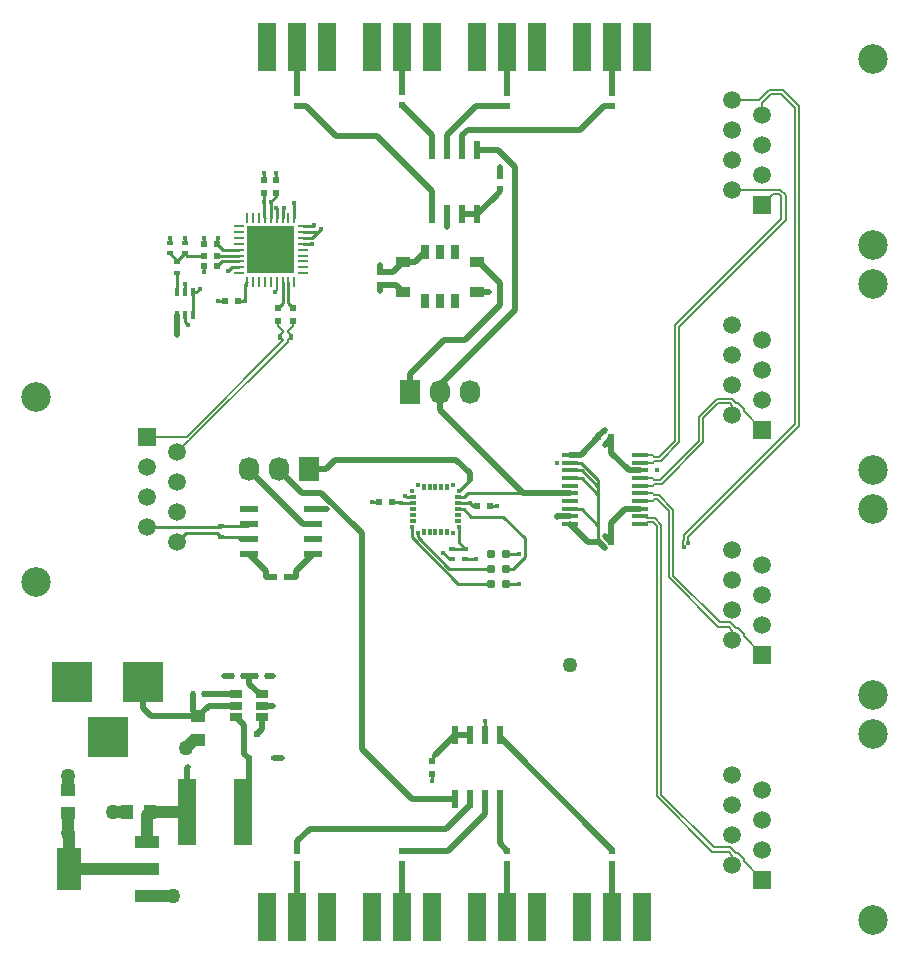
<source format=gbr>
G04 #@! TF.FileFunction,Copper,L1,Top,Signal*
%FSLAX46Y46*%
G04 Gerber Fmt 4.6, Leading zero omitted, Abs format (unit mm)*
G04 Created by KiCad (PCBNEW (2016-02-16 BZR 6568, Git 6c5f954)-product) date Sun 21 Feb 2016 12:14:23 PM EST*
%MOMM*%
G01*
G04 APERTURE LIST*
%ADD10C,0.100000*%
%ADD11R,0.500000X0.600000*%
%ADD12R,0.600000X0.500000*%
%ADD13R,1.250000X1.000000*%
%ADD14R,1.000000X1.250000*%
%ADD15R,3.500120X3.500120*%
%ADD16R,0.590000X0.450000*%
%ADD17R,1.501140X1.501140*%
%ADD18C,1.501140*%
%ADD19C,2.500000*%
%ADD20C,0.787000*%
%ADD21R,1.600000X5.700000*%
%ADD22R,1.727200X2.032000*%
%ADD23O,1.727200X2.032000*%
%ADD24R,1.520000X4.060000*%
%ADD25R,0.400000X0.600000*%
%ADD26R,0.600000X0.400000*%
%ADD27R,0.398780X0.749300*%
%ADD28R,0.600000X1.550000*%
%ADD29R,1.450000X0.450000*%
%ADD30R,1.060000X0.650000*%
%ADD31R,0.890000X0.280000*%
%ADD32R,0.280000X0.890000*%
%ADD33R,1.000000X1.000000*%
%ADD34R,0.760000X1.280000*%
%ADD35R,1.280000X0.940000*%
%ADD36R,0.300000X0.300000*%
%ADD37R,0.500000X0.300000*%
%ADD38R,0.300000X0.500000*%
%ADD39R,1.550000X0.600000*%
%ADD40R,2.032000X3.657600*%
%ADD41R,2.032000X1.016000*%
%ADD42C,0.406400*%
%ADD43C,1.270000*%
%ADD44C,0.254000*%
%ADD45C,0.508000*%
%ADD46C,1.016000*%
%ADD47C,0.203200*%
G04 APERTURE END LIST*
D10*
D11*
X111506000Y-80941000D03*
X111506000Y-79841000D03*
X112522000Y-79841000D03*
X112522000Y-80941000D03*
D12*
X109262000Y-90043000D03*
X108162000Y-90043000D03*
X106384000Y-85217000D03*
X107484000Y-85217000D03*
D11*
X112649000Y-90636000D03*
X112649000Y-91736000D03*
X113919000Y-90636000D03*
X113919000Y-91736000D03*
D12*
X139785000Y-110490000D03*
X140885000Y-110490000D03*
X139785000Y-101600000D03*
X140885000Y-101600000D03*
D11*
X121285000Y-87588000D03*
X121285000Y-88688000D03*
D12*
X106426000Y-87122000D03*
X107526000Y-87122000D03*
X106384000Y-86233000D03*
X107484000Y-86233000D03*
D11*
X131445000Y-80560000D03*
X131445000Y-79460000D03*
D12*
X112353000Y-113411000D03*
X113453000Y-113411000D03*
D11*
X125730000Y-128990000D03*
X125730000Y-130090000D03*
D12*
X122343000Y-107061000D03*
X121243000Y-107061000D03*
X130598000Y-107442000D03*
X129498000Y-107442000D03*
X109813000Y-126746000D03*
X110913000Y-126746000D03*
D13*
X105918000Y-125238000D03*
X105918000Y-127238000D03*
D14*
X101838000Y-133350000D03*
X99838000Y-133350000D03*
D15*
X101249480Y-122301000D03*
X95250000Y-122301000D03*
X98249740Y-127000000D03*
D16*
X110197000Y-128778000D03*
X112307000Y-128778000D03*
D17*
X153670000Y-120015000D03*
D18*
X151130000Y-118745000D03*
X153670000Y-117475000D03*
X151130000Y-116205000D03*
X153670000Y-114935000D03*
X151130000Y-113665000D03*
X153670000Y-112395000D03*
X151130000Y-111125000D03*
D19*
X163070000Y-123420000D03*
X163070000Y-107720000D03*
D17*
X101600000Y-101600000D03*
D18*
X104140000Y-102870000D03*
X101600000Y-104140000D03*
X104140000Y-105410000D03*
X101600000Y-106680000D03*
X104140000Y-107950000D03*
X101600000Y-109220000D03*
X104140000Y-110490000D03*
D19*
X92200000Y-98195000D03*
X92200000Y-113895000D03*
D17*
X153670000Y-81915000D03*
D18*
X151130000Y-80645000D03*
X153670000Y-79375000D03*
X151130000Y-78105000D03*
X153670000Y-76835000D03*
X151130000Y-75565000D03*
X153670000Y-74295000D03*
X151130000Y-73025000D03*
D19*
X163070000Y-85320000D03*
X163070000Y-69620000D03*
D17*
X153670000Y-100965000D03*
D18*
X151130000Y-99695000D03*
X153670000Y-98425000D03*
X151130000Y-97155000D03*
X153670000Y-95885000D03*
X151130000Y-94615000D03*
X153670000Y-93345000D03*
X151130000Y-92075000D03*
D19*
X163070000Y-104370000D03*
X163070000Y-88670000D03*
D17*
X153670000Y-139065000D03*
D18*
X151130000Y-137795000D03*
X153670000Y-136525000D03*
X151130000Y-135255000D03*
X153670000Y-133985000D03*
X151130000Y-132715000D03*
X153670000Y-131445000D03*
X151130000Y-130175000D03*
D19*
X163070000Y-142470000D03*
X163070000Y-126770000D03*
D20*
X131953000Y-114046000D03*
X130683000Y-114046000D03*
X131953000Y-112776000D03*
X130683000Y-112776000D03*
X131953000Y-111506000D03*
X130683000Y-111506000D03*
D21*
X109665000Y-133350000D03*
X104965000Y-133350000D03*
D22*
X123825000Y-97790000D03*
D23*
X126365000Y-97790000D03*
X128905000Y-97790000D03*
D24*
X140970000Y-68580000D03*
X138430000Y-68580000D03*
X143510000Y-68580000D03*
X132080000Y-68580000D03*
X129540000Y-68580000D03*
X134620000Y-68580000D03*
X123190000Y-68580000D03*
X120650000Y-68580000D03*
X125730000Y-68580000D03*
X114300000Y-68580000D03*
X111760000Y-68580000D03*
X116840000Y-68580000D03*
D22*
X115316000Y-104267000D03*
D23*
X112776000Y-104267000D03*
X110236000Y-104267000D03*
D24*
X114300000Y-142240000D03*
X116840000Y-142240000D03*
X111760000Y-142240000D03*
X123190000Y-142240000D03*
X125730000Y-142240000D03*
X120650000Y-142240000D03*
X132080000Y-142240000D03*
X134620000Y-142240000D03*
X129540000Y-142240000D03*
X140970000Y-142240000D03*
X143510000Y-142240000D03*
X138430000Y-142240000D03*
D25*
X112834000Y-93091000D03*
X113734000Y-93091000D03*
D26*
X107823000Y-109151000D03*
X107823000Y-110051000D03*
X104775000Y-86048000D03*
X104775000Y-85148000D03*
X103505000Y-85148000D03*
X103505000Y-86048000D03*
X104140000Y-87699000D03*
X104140000Y-86799000D03*
X128524000Y-111056000D03*
X128524000Y-111956000D03*
X127381000Y-111056000D03*
X127381000Y-111956000D03*
D25*
X105468000Y-123317000D03*
X106368000Y-123317000D03*
X108770000Y-121793000D03*
X109670000Y-121793000D03*
X110802000Y-121793000D03*
X111702000Y-121793000D03*
D27*
X105425240Y-89347040D03*
X104775000Y-89347040D03*
X104124760Y-89347040D03*
X104124760Y-91246960D03*
X104775000Y-91246960D03*
X105425240Y-91246960D03*
D28*
X129540000Y-77310000D03*
X128270000Y-77310000D03*
X127000000Y-77310000D03*
X125730000Y-77310000D03*
X125730000Y-82710000D03*
X127000000Y-82710000D03*
X128270000Y-82710000D03*
X129540000Y-82710000D03*
D29*
X137385000Y-103120000D03*
X137385000Y-103770000D03*
X137385000Y-104420000D03*
X137385000Y-105070000D03*
X137385000Y-105720000D03*
X137385000Y-106370000D03*
X137385000Y-107020000D03*
X137385000Y-107670000D03*
X137385000Y-108320000D03*
X137385000Y-108970000D03*
X143285000Y-108970000D03*
X143285000Y-108320000D03*
X143285000Y-107670000D03*
X143285000Y-107020000D03*
X143285000Y-106370000D03*
X143285000Y-105720000D03*
X143285000Y-105070000D03*
X143285000Y-104420000D03*
X143285000Y-103770000D03*
X143285000Y-103120000D03*
D30*
X111336000Y-125283000D03*
X111336000Y-124333000D03*
X111336000Y-123383000D03*
X109136000Y-123383000D03*
X109136000Y-125283000D03*
X109136000Y-124333000D03*
D31*
X109328000Y-83733000D03*
X109328000Y-84233000D03*
X109328000Y-84733000D03*
X109328000Y-85233000D03*
X109328000Y-85733000D03*
X109328000Y-86233000D03*
X109328000Y-86733000D03*
X109328000Y-87233000D03*
X109328000Y-87733000D03*
D32*
X110038000Y-88443000D03*
X110538000Y-88443000D03*
X111038000Y-88443000D03*
X111538000Y-88443000D03*
X112038000Y-88443000D03*
X112538000Y-88443000D03*
X113038000Y-88443000D03*
X113538000Y-88443000D03*
X114038000Y-88443000D03*
D31*
X114748000Y-87733000D03*
X114748000Y-87233000D03*
X114748000Y-86733000D03*
X114748000Y-86233000D03*
X114748000Y-85733000D03*
X114748000Y-85233000D03*
X114748000Y-84733000D03*
X114748000Y-84233000D03*
X114748000Y-83733000D03*
D32*
X114038000Y-83023000D03*
X113538000Y-83023000D03*
X113038000Y-83023000D03*
X112538000Y-83023000D03*
X112038000Y-83023000D03*
X111538000Y-83023000D03*
X111038000Y-83023000D03*
X110538000Y-83023000D03*
X110038000Y-83023000D03*
D33*
X110538000Y-84233000D03*
X111538000Y-84233000D03*
X112538000Y-84233000D03*
X113538000Y-84233000D03*
X110538000Y-85233000D03*
X111538000Y-85233000D03*
X112538000Y-85233000D03*
X113538000Y-85233000D03*
X110538000Y-86233000D03*
X111538000Y-86233000D03*
X112538000Y-86233000D03*
X113538000Y-86233000D03*
X110538000Y-87233000D03*
X111538000Y-87233000D03*
X112538000Y-87233000D03*
X113538000Y-87233000D03*
D34*
X125105000Y-90101000D03*
X126365000Y-90101000D03*
X127625000Y-90101000D03*
D35*
X129465000Y-89281000D03*
X129465000Y-86741000D03*
D34*
X127625000Y-85921000D03*
X126365000Y-85921000D03*
X125105000Y-85921000D03*
D35*
X123265000Y-86741000D03*
X123265000Y-89281000D03*
D36*
X124484000Y-109696000D03*
X123984000Y-106196000D03*
X127484000Y-105696000D03*
X127984000Y-109196000D03*
D37*
X127884000Y-108696000D03*
X127884000Y-108196000D03*
X127884000Y-107696000D03*
X127884000Y-107196000D03*
X127884000Y-106696000D03*
D36*
X127984000Y-106196000D03*
D38*
X126984000Y-105796000D03*
X126484000Y-105796000D03*
X125984000Y-105796000D03*
X125484000Y-105796000D03*
X124984000Y-105796000D03*
D36*
X124484000Y-105696000D03*
D37*
X124084000Y-106696000D03*
X124084000Y-107196000D03*
X124084000Y-107696000D03*
X124084000Y-108196000D03*
X124084000Y-108696000D03*
D36*
X123984000Y-109196000D03*
D38*
X124984000Y-109596000D03*
X125484000Y-109596000D03*
X125984000Y-109596000D03*
X126484000Y-109596000D03*
X126984000Y-109596000D03*
D36*
X127484000Y-109696000D03*
D39*
X110203000Y-107696000D03*
X110203000Y-108966000D03*
X110203000Y-110236000D03*
X110203000Y-111506000D03*
X115603000Y-111506000D03*
X115603000Y-110236000D03*
X115603000Y-108966000D03*
X115603000Y-107696000D03*
D28*
X127635000Y-132240000D03*
X128905000Y-132240000D03*
X130175000Y-132240000D03*
X131445000Y-132240000D03*
X131445000Y-126840000D03*
X130175000Y-126840000D03*
X128905000Y-126840000D03*
X127635000Y-126840000D03*
D13*
X94869000Y-133461000D03*
X94869000Y-131461000D03*
D40*
X94996000Y-138176000D03*
D41*
X101600000Y-138176000D03*
X101600000Y-135890000D03*
X101600000Y-140462000D03*
D11*
X114300000Y-136610000D03*
X114300000Y-137710000D03*
X123190000Y-136610000D03*
X123190000Y-137710000D03*
X132080000Y-136610000D03*
X132080000Y-137710000D03*
X140970000Y-136610000D03*
X140970000Y-137710000D03*
X140970000Y-73575000D03*
X140970000Y-72475000D03*
X132080000Y-73575000D03*
X132080000Y-72475000D03*
X123190000Y-73490000D03*
X123190000Y-72390000D03*
X114300000Y-73575000D03*
X114300000Y-72475000D03*
D42*
X123063000Y-107196000D03*
X131097000Y-81153000D03*
X106045000Y-89027000D03*
X109855000Y-90043000D03*
X104775000Y-84709000D03*
X116332000Y-83947000D03*
X107569000Y-84709000D03*
X112038000Y-81661000D03*
X111506000Y-81661000D03*
X140335000Y-110998000D03*
X140335000Y-102235000D03*
X125951000Y-128524000D03*
X133096000Y-114046000D03*
X128905000Y-107196000D03*
X121285000Y-86995000D03*
X116840000Y-107696000D03*
X111633000Y-113411000D03*
D43*
X94869000Y-135128000D03*
D42*
X129413000Y-111887000D03*
X112395000Y-89281000D03*
X111760000Y-68580000D03*
X116840000Y-68580000D03*
X120650000Y-68580000D03*
X125730000Y-68580000D03*
X129540000Y-68580000D03*
X134620000Y-68580000D03*
X138430000Y-68580000D03*
X143510000Y-68580000D03*
X143510000Y-142240000D03*
X138430000Y-142240000D03*
X134620000Y-142240000D03*
X129540000Y-142240000D03*
X125730000Y-142240000D03*
X120650000Y-142240000D03*
X116840000Y-142240000D03*
X111760000Y-142240000D03*
X130175000Y-125603000D03*
X105029000Y-92075000D03*
X107569000Y-90043000D03*
X104775000Y-88646000D03*
X103505000Y-84709000D03*
X106426000Y-87630000D03*
X108458000Y-87503000D03*
X112522000Y-82169000D03*
X113157000Y-82169000D03*
X115714433Y-83656757D03*
X115570000Y-85217000D03*
X106426000Y-84709000D03*
X111506000Y-79248000D03*
X112522000Y-79248000D03*
X110538000Y-87233000D03*
X111538000Y-87233000D03*
X112538000Y-87233000D03*
X113538000Y-87233000D03*
X113538000Y-86233000D03*
X112538000Y-86233000D03*
X111538000Y-86233000D03*
X110538000Y-86233000D03*
X110538000Y-84233000D03*
X110538000Y-85233000D03*
X111538000Y-85233000D03*
X112538000Y-85233000D03*
X113538000Y-85233000D03*
X113538000Y-84233000D03*
X112538000Y-84233000D03*
X111538000Y-84233000D03*
X136271000Y-103759000D03*
X136271000Y-108331000D03*
X140335000Y-109982000D03*
X144780000Y-104394000D03*
X140335000Y-100965000D03*
X125730000Y-130683000D03*
X126619000Y-111379000D03*
X120650000Y-107061000D03*
X123444000Y-106553000D03*
X133096000Y-111506000D03*
X131191000Y-107442000D03*
X130556000Y-89281000D03*
X121311838Y-89254162D03*
X127000000Y-83820000D03*
X131445000Y-78740000D03*
X114173000Y-113411000D03*
D43*
X104902000Y-127889000D03*
X103759000Y-140462000D03*
X94869000Y-130302000D03*
X98679000Y-133350000D03*
D42*
X113030000Y-128778000D03*
X112268000Y-124333000D03*
X112268000Y-121793000D03*
D43*
X137414000Y-120904000D03*
D42*
X104140000Y-92964000D03*
X114046000Y-81788000D03*
X108077000Y-121793000D03*
X105029000Y-129540000D03*
X146995435Y-110941565D03*
X147390565Y-110546435D03*
D44*
X124084000Y-107196000D02*
X123063000Y-107196000D01*
X122343000Y-107061000D02*
X122928000Y-107061000D01*
X122928000Y-107061000D02*
X123063000Y-107196000D01*
D45*
X131097000Y-81153000D02*
X129540000Y-82710000D01*
X131445000Y-80560000D02*
X131445000Y-80805000D01*
X131445000Y-80805000D02*
X131097000Y-81153000D01*
D44*
X105425240Y-91246960D02*
X105425240Y-89347040D01*
X105425240Y-89347040D02*
X105724960Y-89347040D01*
X105724960Y-89347040D02*
X106045000Y-89027000D01*
X109855000Y-90043000D02*
X109855000Y-88626000D01*
X109855000Y-88626000D02*
X110038000Y-88443000D01*
X109262000Y-90043000D02*
X109855000Y-90043000D01*
X104775000Y-85148000D02*
X104775000Y-84709000D01*
X114748000Y-84733000D02*
X115546000Y-84733000D01*
X115546000Y-84733000D02*
X116332000Y-83947000D01*
X114748000Y-84233000D02*
X116046000Y-84233000D01*
X116046000Y-84233000D02*
X116332000Y-83947000D01*
X107484000Y-85217000D02*
X108000000Y-85733000D01*
X108000000Y-85733000D02*
X109328000Y-85733000D01*
X107484000Y-85217000D02*
X107484000Y-84794000D01*
X107484000Y-84794000D02*
X107569000Y-84709000D01*
X112038000Y-83023000D02*
X112038000Y-81661000D01*
X112522000Y-80941000D02*
X112522000Y-81177000D01*
X112522000Y-81177000D02*
X112038000Y-81661000D01*
X111506000Y-81661000D02*
X111506000Y-82991000D01*
X111506000Y-80941000D02*
X111506000Y-81661000D01*
X111506000Y-82991000D02*
X111538000Y-83023000D01*
X138314000Y-103770000D02*
X139785000Y-105241000D01*
X139785000Y-105241000D02*
X139785000Y-105841000D01*
X137385000Y-103770000D02*
X138314000Y-103770000D01*
X137385000Y-104420000D02*
X138364000Y-104420000D01*
X138364000Y-104420000D02*
X139785000Y-105841000D01*
X139785000Y-105841000D02*
X139785000Y-106491000D01*
X137385000Y-105070000D02*
X138364000Y-105070000D01*
X138364000Y-105070000D02*
X139785000Y-106491000D01*
X139785000Y-106491000D02*
X139785000Y-109091000D01*
X137385000Y-107670000D02*
X138364000Y-107670000D01*
X138364000Y-107670000D02*
X139785000Y-109091000D01*
X139785000Y-109091000D02*
X139785000Y-109986000D01*
X139785000Y-109986000D02*
X139785000Y-110490000D01*
D45*
X139785000Y-110490000D02*
X138905000Y-110490000D01*
X138905000Y-110490000D02*
X137385000Y-108970000D01*
X139785000Y-110490000D02*
X139827000Y-110490000D01*
X139827000Y-110490000D02*
X140335000Y-110998000D01*
X143285000Y-104420000D02*
X142344918Y-104420000D01*
X142344918Y-104420000D02*
X140885000Y-102960082D01*
X140885000Y-102960082D02*
X140885000Y-102358000D01*
X140885000Y-102358000D02*
X140885000Y-101600000D01*
X140885000Y-101600000D02*
X140885000Y-101685000D01*
X140885000Y-101685000D02*
X140335000Y-102235000D01*
X125951000Y-128524000D02*
X127635000Y-126840000D01*
D44*
X125730000Y-128990000D02*
X125730000Y-128745000D01*
X125730000Y-128745000D02*
X125951000Y-128524000D01*
X131953000Y-114046000D02*
X133096000Y-114046000D01*
X127884000Y-107196000D02*
X128905000Y-107196000D01*
X129498000Y-107442000D02*
X129151000Y-107442000D01*
X129151000Y-107442000D02*
X128905000Y-107196000D01*
D45*
X123265000Y-86741000D02*
X124285000Y-86741000D01*
X124285000Y-86741000D02*
X125105000Y-85921000D01*
X121285000Y-87588000D02*
X122418000Y-87588000D01*
X122418000Y-87588000D02*
X123265000Y-86741000D01*
X121285000Y-87588000D02*
X121285000Y-86995000D01*
X115603000Y-107696000D02*
X116840000Y-107696000D01*
X111633000Y-113411000D02*
X111633000Y-112936000D01*
X111633000Y-112936000D02*
X110203000Y-111506000D01*
X112353000Y-113411000D02*
X111633000Y-113411000D01*
X128270000Y-82710000D02*
X129540000Y-82710000D01*
D46*
X94869000Y-133461000D02*
X94869000Y-135128000D01*
X94996000Y-138176000D02*
X94996000Y-135255000D01*
X94996000Y-135255000D02*
X94869000Y-135128000D01*
X101600000Y-138176000D02*
X94996000Y-138176000D01*
D45*
X128905000Y-126840000D02*
X127635000Y-126840000D01*
D44*
X128524000Y-111956000D02*
X129344000Y-111956000D01*
X129344000Y-111956000D02*
X129413000Y-111887000D01*
D47*
X112538000Y-88443000D02*
X112538000Y-89138000D01*
X112538000Y-89138000D02*
X112395000Y-89281000D01*
D44*
X130175000Y-126840000D02*
X130175000Y-125603000D01*
X104775000Y-91246960D02*
X104775000Y-91821000D01*
X104775000Y-91821000D02*
X105029000Y-92075000D01*
X108162000Y-90043000D02*
X107569000Y-90043000D01*
X104775000Y-89347040D02*
X104775000Y-88646000D01*
X103505000Y-85148000D02*
X103505000Y-84709000D01*
X106426000Y-87122000D02*
X106426000Y-87630000D01*
X109328000Y-87233000D02*
X108728000Y-87233000D01*
X108728000Y-87233000D02*
X108458000Y-87503000D01*
X112538000Y-83023000D02*
X112538000Y-82185000D01*
X112538000Y-82185000D02*
X112522000Y-82169000D01*
X113038000Y-83023000D02*
X113038000Y-82288000D01*
X113038000Y-82288000D02*
X113157000Y-82169000D01*
X114748000Y-83733000D02*
X115638190Y-83733000D01*
X115638190Y-83733000D02*
X115714433Y-83656757D01*
X114748000Y-85233000D02*
X115554000Y-85233000D01*
X115554000Y-85233000D02*
X115570000Y-85217000D01*
X106384000Y-85217000D02*
X106384000Y-84751000D01*
X106384000Y-84751000D02*
X106426000Y-84709000D01*
X111506000Y-79841000D02*
X111506000Y-79248000D01*
X112522000Y-79841000D02*
X112522000Y-79248000D01*
D45*
X111538000Y-87233000D02*
X110538000Y-87233000D01*
X112538000Y-87233000D02*
X111538000Y-87233000D01*
X113538000Y-87233000D02*
X112538000Y-87233000D01*
X113538000Y-86233000D02*
X113538000Y-87233000D01*
X112538000Y-86233000D02*
X113538000Y-86233000D01*
X111538000Y-86233000D02*
X112538000Y-86233000D01*
X110538000Y-86233000D02*
X111538000Y-86233000D01*
X110538000Y-85233000D02*
X110538000Y-86233000D01*
X110538000Y-85233000D02*
X110538000Y-84233000D01*
X111538000Y-85233000D02*
X110538000Y-85233000D01*
X112538000Y-85233000D02*
X111538000Y-85233000D01*
X113538000Y-85233000D02*
X112538000Y-85233000D01*
X113538000Y-84233000D02*
X113538000Y-85233000D01*
X112538000Y-84233000D02*
X113538000Y-84233000D01*
X111538000Y-84233000D02*
X112538000Y-84233000D01*
X110538000Y-84233000D02*
X111538000Y-84233000D01*
X143285000Y-107670000D02*
X142052000Y-107670000D01*
X142052000Y-107670000D02*
X140885000Y-108837000D01*
X140885000Y-108837000D02*
X140885000Y-109732000D01*
X140885000Y-109732000D02*
X140885000Y-110490000D01*
X137385000Y-108320000D02*
X136282000Y-108320000D01*
X136282000Y-108320000D02*
X136271000Y-108331000D01*
X137385000Y-103120000D02*
X138265000Y-103120000D01*
X138265000Y-103120000D02*
X139785000Y-101600000D01*
X140885000Y-110490000D02*
X140843000Y-110490000D01*
X140843000Y-110490000D02*
X140335000Y-109982000D01*
X139785000Y-101600000D02*
X139785000Y-101515000D01*
X139785000Y-101515000D02*
X140335000Y-100965000D01*
D44*
X125730000Y-130090000D02*
X125730000Y-130683000D01*
X127381000Y-111956000D02*
X127196000Y-111956000D01*
X127196000Y-111956000D02*
X126619000Y-111379000D01*
X121243000Y-107061000D02*
X120650000Y-107061000D01*
X124084000Y-106696000D02*
X123587000Y-106696000D01*
X123587000Y-106696000D02*
X123444000Y-106553000D01*
X131953000Y-111506000D02*
X133096000Y-111506000D01*
X130598000Y-107442000D02*
X131191000Y-107442000D01*
D45*
X129465000Y-89281000D02*
X130556000Y-89281000D01*
X121285000Y-88688000D02*
X122672000Y-88688000D01*
X122672000Y-88688000D02*
X123265000Y-89281000D01*
X121285000Y-88688000D02*
X121285000Y-89227324D01*
X121285000Y-89227324D02*
X121311838Y-89254162D01*
X127000000Y-82710000D02*
X127000000Y-83820000D01*
X131445000Y-79460000D02*
X131445000Y-78740000D01*
X114173000Y-113411000D02*
X114173000Y-112936000D01*
X114173000Y-112936000D02*
X115603000Y-111506000D01*
X113453000Y-113411000D02*
X114173000Y-113411000D01*
D46*
X105918000Y-127238000D02*
X105553000Y-127238000D01*
X105553000Y-127238000D02*
X104902000Y-127889000D01*
X101600000Y-140462000D02*
X103759000Y-140462000D01*
X94869000Y-131461000D02*
X94869000Y-130302000D01*
X99838000Y-133350000D02*
X98679000Y-133350000D01*
D45*
X112307000Y-128778000D02*
X113030000Y-128778000D01*
X111336000Y-124333000D02*
X112268000Y-124333000D01*
X111702000Y-121793000D02*
X112268000Y-121793000D01*
D44*
X109328000Y-86733000D02*
X107915000Y-86733000D01*
X107915000Y-86733000D02*
X107526000Y-87122000D01*
X104140000Y-86799000D02*
X104140000Y-86683000D01*
X104140000Y-86683000D02*
X103505000Y-86048000D01*
X104140000Y-86683000D02*
X104775000Y-86048000D01*
X106384000Y-86233000D02*
X104960000Y-86233000D01*
X104960000Y-86233000D02*
X104775000Y-86048000D01*
X109328000Y-86233000D02*
X107484000Y-86233000D01*
D45*
X110197000Y-128778000D02*
X110197000Y-132818000D01*
X110197000Y-132818000D02*
X109665000Y-133350000D01*
X109813000Y-126746000D02*
X109813000Y-128394000D01*
X109813000Y-128394000D02*
X110197000Y-128778000D01*
X109813000Y-126746000D02*
X109813000Y-125960000D01*
X109813000Y-125960000D02*
X109136000Y-125283000D01*
X111336000Y-125283000D02*
X111336000Y-126323000D01*
X111336000Y-126323000D02*
X110913000Y-126746000D01*
X105468000Y-123317000D02*
X105468000Y-124788000D01*
X105468000Y-124788000D02*
X105918000Y-125238000D01*
X105918000Y-125238000D02*
X106823000Y-124333000D01*
X106823000Y-124333000D02*
X109136000Y-124333000D01*
X105918000Y-125238000D02*
X101928420Y-125238000D01*
X101928420Y-125238000D02*
X101249480Y-124559060D01*
X101249480Y-124559060D02*
X101249480Y-122301000D01*
D44*
X130683000Y-114046000D02*
X127927092Y-114046000D01*
X127927092Y-114046000D02*
X123984000Y-110102908D01*
X123984000Y-110102908D02*
X123984000Y-109600000D01*
X123984000Y-109600000D02*
X123984000Y-109196000D01*
X131699000Y-108331000D02*
X129023000Y-108331000D01*
X128388000Y-107696000D02*
X127884000Y-107696000D01*
X129023000Y-108331000D02*
X128388000Y-107696000D01*
X133527801Y-110159801D02*
X131699000Y-108331000D01*
X131953000Y-112776000D02*
X132509493Y-112776000D01*
X132509493Y-112776000D02*
X133527801Y-111757692D01*
X133527801Y-111757692D02*
X133527801Y-110159801D01*
X130683000Y-112776000D02*
X127160000Y-112776000D01*
X127160000Y-112776000D02*
X124484000Y-110100000D01*
X124484000Y-110100000D02*
X124484000Y-109696000D01*
D45*
X104140000Y-92964000D02*
X104140000Y-91262200D01*
X104140000Y-91262200D02*
X104124760Y-91246960D01*
X104124760Y-92948760D02*
X104124760Y-91246960D01*
X131445000Y-90424000D02*
X131445000Y-88551000D01*
X131445000Y-88551000D02*
X129635000Y-86741000D01*
X129635000Y-86741000D02*
X129465000Y-86741000D01*
X128524000Y-93345000D02*
X131445000Y-90424000D01*
X126746000Y-93345000D02*
X128524000Y-93345000D01*
X123825000Y-97790000D02*
X123825000Y-96266000D01*
X123825000Y-96266000D02*
X126746000Y-93345000D01*
D44*
X127884000Y-106696000D02*
X128388000Y-106696000D01*
X128388000Y-106696000D02*
X128714000Y-106370000D01*
X128714000Y-106370000D02*
X133421000Y-106370000D01*
D45*
X126365000Y-97790000D02*
X126365000Y-99314000D01*
X126365000Y-99314000D02*
X133421000Y-106370000D01*
X133421000Y-106370000D02*
X136152000Y-106370000D01*
X136152000Y-106370000D02*
X137385000Y-106370000D01*
X126365000Y-97790000D02*
X126365000Y-97155000D01*
X126365000Y-97155000D02*
X132715000Y-90805000D01*
X132715000Y-90805000D02*
X132715000Y-78740000D01*
X132715000Y-78740000D02*
X131285000Y-77310000D01*
X131285000Y-77310000D02*
X130348000Y-77310000D01*
X130348000Y-77310000D02*
X129540000Y-77310000D01*
D44*
X114038000Y-83023000D02*
X114038000Y-81796000D01*
X114038000Y-81796000D02*
X114046000Y-81788000D01*
D45*
X115316000Y-104267000D02*
X116687600Y-104267000D01*
X116687600Y-104267000D02*
X117449600Y-103505000D01*
X117449600Y-103505000D02*
X127762000Y-103505000D01*
X127762000Y-103505000D02*
X128905000Y-104648000D01*
X128905000Y-104648000D02*
X128905000Y-105275000D01*
D44*
X127984000Y-106196000D02*
X128905000Y-105275000D01*
D45*
X119761000Y-128016000D02*
X123985000Y-132240000D01*
X123985000Y-132240000D02*
X127635000Y-132240000D01*
X119761000Y-109754882D02*
X119761000Y-128016000D01*
X114655600Y-106299000D02*
X116305118Y-106299000D01*
X116305118Y-106299000D02*
X119761000Y-109754882D01*
X112776000Y-104267000D02*
X112776000Y-104419400D01*
X112776000Y-104419400D02*
X114655600Y-106299000D01*
X115603000Y-108966000D02*
X114782600Y-108966000D01*
X114782600Y-108966000D02*
X110236000Y-104419400D01*
X110236000Y-104419400D02*
X110236000Y-104267000D01*
D44*
X104124760Y-89347040D02*
X104124760Y-87714240D01*
X104124760Y-87714240D02*
X104140000Y-87699000D01*
X127984000Y-109196000D02*
X127984000Y-110516000D01*
X127984000Y-110516000D02*
X128524000Y-111056000D01*
X127381000Y-111056000D02*
X128524000Y-111056000D01*
D45*
X106368000Y-123317000D02*
X109070000Y-123317000D01*
X109070000Y-123317000D02*
X109136000Y-123383000D01*
X110236000Y-121793000D02*
X110236000Y-122488000D01*
X110236000Y-122488000D02*
X111131000Y-123383000D01*
X111131000Y-123383000D02*
X111336000Y-123383000D01*
X110236000Y-121793000D02*
X110802000Y-121793000D01*
X109670000Y-121793000D02*
X110236000Y-121793000D01*
X108770000Y-121793000D02*
X108077000Y-121793000D01*
D46*
X101600000Y-135890000D02*
X101600000Y-133588000D01*
X101600000Y-133588000D02*
X101838000Y-133350000D01*
X101838000Y-133350000D02*
X104965000Y-133350000D01*
D45*
X104965000Y-133350000D02*
X104965000Y-129604000D01*
X104965000Y-129604000D02*
X105029000Y-129540000D01*
D47*
X112834000Y-93091000D02*
X113106201Y-93363201D01*
X113106201Y-93363201D02*
X113106201Y-93400905D01*
X113106201Y-93400905D02*
X104907106Y-101600000D01*
X104907106Y-101600000D02*
X101600000Y-101600000D01*
X112649000Y-91736000D02*
X112649000Y-92186000D01*
X112649000Y-92186000D02*
X113106200Y-92643200D01*
X113106200Y-92643200D02*
X113106200Y-92718800D01*
X113106200Y-92718800D02*
X112834000Y-92991000D01*
X112834000Y-92991000D02*
X112834000Y-93091000D01*
X113919000Y-92186000D02*
X113461800Y-92643200D01*
X113734000Y-93091000D02*
X113461799Y-93363201D01*
X113461799Y-93363201D02*
X113461799Y-93548201D01*
X113461799Y-93548201D02*
X105158553Y-101851447D01*
X105158553Y-101851447D02*
X104140000Y-102870000D01*
X113919000Y-91736000D02*
X113919000Y-92186000D01*
X113461800Y-92643200D02*
X113461800Y-92718800D01*
X113461800Y-92718800D02*
X113734000Y-92991000D01*
X113734000Y-92991000D02*
X113734000Y-93091000D01*
X150060646Y-117297200D02*
X150952200Y-117297200D01*
X150952200Y-117297200D02*
X151446229Y-117791229D01*
X151587811Y-117791229D02*
X152083771Y-118287189D01*
X151446229Y-117791229D02*
X151587811Y-117791229D01*
X152083771Y-118287189D02*
X152083771Y-118428771D01*
X152083771Y-118428771D02*
X153670000Y-120015000D01*
X146100800Y-113337354D02*
X150060646Y-117297200D01*
X146100800Y-107749354D02*
X146100800Y-113337354D01*
X144868646Y-106517200D02*
X146100800Y-107749354D01*
X143285000Y-106370000D02*
X144372500Y-106370000D01*
X144372500Y-106370000D02*
X144519700Y-106517200D01*
X144519700Y-106517200D02*
X144868646Y-106517200D01*
X149913354Y-117652800D02*
X150804906Y-117652800D01*
X151130000Y-117977894D02*
X151130000Y-118745000D01*
X150804906Y-117652800D02*
X151130000Y-117977894D01*
X145745200Y-113484646D02*
X149913354Y-117652800D01*
X145745200Y-107896646D02*
X145745200Y-113484646D01*
X144721354Y-106872800D02*
X145745200Y-107896646D01*
X144519700Y-106872800D02*
X144721354Y-106872800D01*
X143285000Y-107020000D02*
X144372500Y-107020000D01*
X144372500Y-107020000D02*
X144519700Y-106872800D01*
D44*
X107823000Y-109151000D02*
X110018000Y-109151000D01*
X110018000Y-109151000D02*
X110203000Y-108966000D01*
X101600000Y-109220000D02*
X107754000Y-109220000D01*
X107754000Y-109220000D02*
X107823000Y-109151000D01*
X109474000Y-110236000D02*
X109289000Y-110051000D01*
X109289000Y-110051000D02*
X107823000Y-110051000D01*
X110203000Y-110236000D02*
X109474000Y-110236000D01*
X104140000Y-110490000D02*
X104890569Y-109739431D01*
X104890569Y-109739431D02*
X107511431Y-109739431D01*
X107511431Y-109739431D02*
X107627000Y-109855000D01*
X107627000Y-109855000D02*
X107823000Y-110051000D01*
D47*
X155270200Y-81226646D02*
X155044153Y-81000599D01*
X155044153Y-81000599D02*
X154584401Y-81000599D01*
X154584401Y-81000599D02*
X153670000Y-81915000D01*
X155270200Y-83111354D02*
X155270200Y-81226646D01*
X146253200Y-92128354D02*
X155270200Y-83111354D01*
X146253200Y-101907354D02*
X146253200Y-92128354D01*
X144893354Y-103267200D02*
X146253200Y-101907354D01*
X143285000Y-103120000D02*
X144372500Y-103120000D01*
X144372500Y-103120000D02*
X144519700Y-103267200D01*
X144519700Y-103267200D02*
X144893354Y-103267200D01*
X155625800Y-81079354D02*
X155191446Y-80645000D01*
X155191446Y-80645000D02*
X154584400Y-80645000D01*
X154584400Y-80645000D02*
X151130000Y-80645000D01*
X155625800Y-83258646D02*
X155625800Y-81079354D01*
X146608800Y-92275646D02*
X155625800Y-83258646D01*
X146608800Y-102054646D02*
X146608800Y-92275646D01*
X145040646Y-103622800D02*
X146608800Y-102054646D01*
X143285000Y-103770000D02*
X144372500Y-103770000D01*
X144372500Y-103770000D02*
X144519700Y-103622800D01*
X144519700Y-103622800D02*
X145040646Y-103622800D01*
X155247354Y-72567800D02*
X154378647Y-72567800D01*
X154378647Y-72567800D02*
X153670000Y-73276447D01*
X153670000Y-73276447D02*
X153670000Y-74295000D01*
X156413200Y-73733646D02*
X155247354Y-72567800D01*
X156413200Y-100510354D02*
X156413200Y-73733646D01*
X146995435Y-109928119D02*
X156413200Y-100510354D01*
X146995435Y-110941565D02*
X146995435Y-110752779D01*
X146995435Y-110752779D02*
X146984164Y-110741508D01*
X146984164Y-110741508D02*
X146984164Y-110351362D01*
X146984164Y-110351362D02*
X146995435Y-110340091D01*
X146995435Y-110340091D02*
X146995435Y-109928119D01*
X155394646Y-72212200D02*
X154231353Y-72212200D01*
X154231353Y-72212200D02*
X153418553Y-73025000D01*
X153418553Y-73025000D02*
X151130000Y-73025000D01*
X156768800Y-73586354D02*
X155394646Y-72212200D01*
X156768800Y-100657646D02*
X156768800Y-73586354D01*
X147351034Y-110075412D02*
X156768800Y-100657646D01*
X147390565Y-110546435D02*
X147351034Y-110506904D01*
X147351034Y-110506904D02*
X147351034Y-110075412D01*
X149786354Y-98374200D02*
X151079200Y-98374200D01*
X151587811Y-98741229D02*
X152083771Y-99237189D01*
X151079200Y-98374200D02*
X151446229Y-98741229D01*
X151446229Y-98741229D02*
X151587811Y-98741229D01*
X152083771Y-99237189D02*
X152083771Y-99378771D01*
X152083771Y-99378771D02*
X153670000Y-100965000D01*
X148285200Y-99875354D02*
X149786354Y-98374200D01*
X148285200Y-101907354D02*
X148285200Y-99875354D01*
X144975354Y-105217200D02*
X148285200Y-101907354D01*
X143285000Y-105070000D02*
X144372500Y-105070000D01*
X144372500Y-105070000D02*
X144519700Y-105217200D01*
X144519700Y-105217200D02*
X144975354Y-105217200D01*
X149933646Y-98729800D02*
X150931906Y-98729800D01*
X150931906Y-98729800D02*
X151130000Y-98927894D01*
X151130000Y-98927894D02*
X151130000Y-99695000D01*
X148640800Y-100022646D02*
X149933646Y-98729800D01*
X148640800Y-102054646D02*
X148640800Y-100022646D01*
X145122646Y-105572800D02*
X148640800Y-102054646D01*
X143285000Y-105720000D02*
X144372500Y-105720000D01*
X144372500Y-105720000D02*
X144519700Y-105572800D01*
X144519700Y-105572800D02*
X145122646Y-105572800D01*
X149552646Y-136347200D02*
X150952200Y-136347200D01*
X150952200Y-136347200D02*
X151446229Y-136841229D01*
X152083771Y-137337189D02*
X152083771Y-137478771D01*
X151446229Y-136841229D02*
X151587811Y-136841229D01*
X151587811Y-136841229D02*
X152083771Y-137337189D01*
X152083771Y-137478771D02*
X153670000Y-139065000D01*
X145084800Y-131879354D02*
X149552646Y-136347200D01*
X145084800Y-109019354D02*
X145084800Y-131879354D01*
X144532646Y-108467200D02*
X145084800Y-109019354D01*
X143285000Y-108320000D02*
X143785000Y-108320000D01*
X143785000Y-108320000D02*
X143932200Y-108467200D01*
X143932200Y-108467200D02*
X144532646Y-108467200D01*
X149405354Y-136702800D02*
X150804906Y-136702800D01*
X150804906Y-136702800D02*
X151130000Y-137027894D01*
X151130000Y-137027894D02*
X151130000Y-137795000D01*
X144729200Y-132026646D02*
X149405354Y-136702800D01*
X144729200Y-109166646D02*
X144729200Y-132026646D01*
X144385354Y-108822800D02*
X144729200Y-109166646D01*
X143285000Y-108970000D02*
X143785000Y-108970000D01*
X143785000Y-108970000D02*
X143932200Y-108822800D01*
X143932200Y-108822800D02*
X144385354Y-108822800D01*
D44*
X112649000Y-90636000D02*
X113038000Y-90247000D01*
X113038000Y-90247000D02*
X113038000Y-88443000D01*
X113538000Y-88443000D02*
X113538000Y-90255000D01*
X113538000Y-90255000D02*
X113919000Y-90636000D01*
D45*
X115355000Y-134747000D02*
X126873000Y-134747000D01*
X126873000Y-134747000D02*
X128905000Y-132715000D01*
X128905000Y-132715000D02*
X128905000Y-132240000D01*
X114300000Y-136610000D02*
X114300000Y-135802000D01*
X114300000Y-135802000D02*
X115355000Y-134747000D01*
X114300000Y-137710000D02*
X114300000Y-142240000D01*
X130175000Y-132240000D02*
X130175000Y-133523000D01*
X130175000Y-133523000D02*
X127088000Y-136610000D01*
X123948000Y-136610000D02*
X123190000Y-136610000D01*
X127088000Y-136610000D02*
X123948000Y-136610000D01*
X123190000Y-137710000D02*
X123190000Y-142240000D01*
X131445000Y-132240000D02*
X131445000Y-135975000D01*
X131445000Y-135975000D02*
X132080000Y-136610000D01*
X132080000Y-142240000D02*
X132080000Y-137710000D01*
X140970000Y-136610000D02*
X140970000Y-136560000D01*
X140970000Y-136560000D02*
X131445000Y-127035000D01*
X131445000Y-127035000D02*
X131445000Y-126840000D01*
X140970000Y-139702000D02*
X140970000Y-137710000D01*
X140970000Y-139702000D02*
X140970000Y-142240000D01*
X128732000Y-75565000D02*
X138222000Y-75565000D01*
X138222000Y-75565000D02*
X140212000Y-73575000D01*
X140212000Y-73575000D02*
X140970000Y-73575000D01*
X128270000Y-77310000D02*
X128270000Y-76027000D01*
X128270000Y-76027000D02*
X128732000Y-75565000D01*
X140970000Y-72475000D02*
X140970000Y-68580000D01*
X127000000Y-77310000D02*
X127000000Y-76027000D01*
X127000000Y-76027000D02*
X129452000Y-73575000D01*
X129452000Y-73575000D02*
X131322000Y-73575000D01*
X131322000Y-73575000D02*
X132080000Y-73575000D01*
X132080000Y-72475000D02*
X132080000Y-68580000D01*
X125730000Y-77310000D02*
X125730000Y-76030000D01*
X125730000Y-76030000D02*
X123190000Y-73490000D01*
X123190000Y-72390000D02*
X123190000Y-68580000D01*
X121031000Y-76073000D02*
X125730000Y-80772000D01*
X125730000Y-80772000D02*
X125730000Y-82710000D01*
X117556000Y-76073000D02*
X121031000Y-76073000D01*
X114300000Y-73575000D02*
X115058000Y-73575000D01*
X115058000Y-73575000D02*
X117556000Y-76073000D01*
X114300000Y-72475000D02*
X114300000Y-68580000D01*
M02*

</source>
